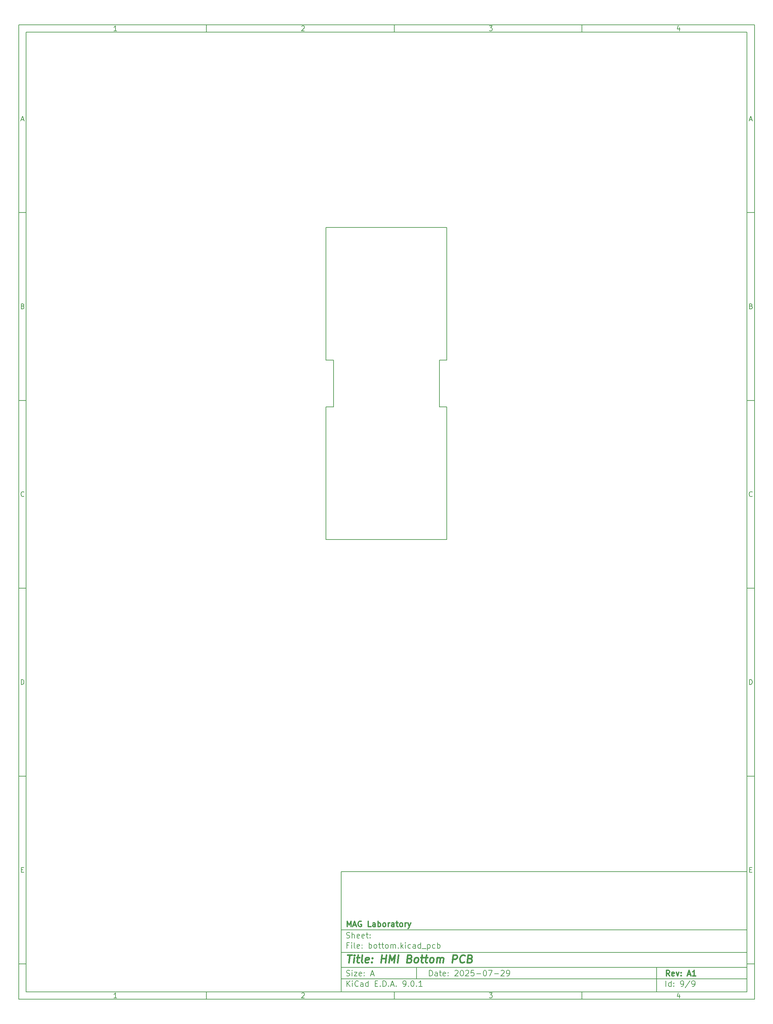
<source format=gbr>
%TF.GenerationSoftware,KiCad,Pcbnew,9.0.1*%
%TF.CreationDate,2025-07-31T02:38:39-07:00*%
%TF.ProjectId,bottom,626f7474-6f6d-42e6-9b69-6361645f7063,A1*%
%TF.SameCoordinates,PX578c1c0PY3d09000*%
%TF.FileFunction,Profile,NP*%
%FSLAX46Y46*%
G04 Gerber Fmt 4.6, Leading zero omitted, Abs format (unit mm)*
G04 Created by KiCad (PCBNEW 9.0.1) date 2025-07-31 02:38:39*
%MOMM*%
%LPD*%
G01*
G04 APERTURE LIST*
%ADD10C,0.100000*%
%ADD11C,0.150000*%
%ADD12C,0.300000*%
%ADD13C,0.400000*%
%TA.AperFunction,Profile*%
%ADD14C,0.200000*%
%TD*%
G04 APERTURE END LIST*
D10*
D11*
X4100000Y-171400000D02*
X112100000Y-171400000D01*
X112100000Y-203400000D01*
X4100000Y-203400000D01*
X4100000Y-171400000D01*
D10*
D11*
X-81800000Y54000000D02*
X114100000Y54000000D01*
X114100000Y-205400000D01*
X-81800000Y-205400000D01*
X-81800000Y54000000D01*
D10*
D11*
X-79800000Y52000000D02*
X112100000Y52000000D01*
X112100000Y-203400000D01*
X-79800000Y-203400000D01*
X-79800000Y52000000D01*
D10*
D11*
X-31800000Y52000000D02*
X-31800000Y54000000D01*
D10*
D11*
X18200000Y52000000D02*
X18200000Y54000000D01*
D10*
D11*
X68200000Y52000000D02*
X68200000Y54000000D01*
D10*
D11*
X-55710840Y52406396D02*
X-56453697Y52406396D01*
X-56082269Y52406396D02*
X-56082269Y53706396D01*
X-56082269Y53706396D02*
X-56206078Y53520681D01*
X-56206078Y53520681D02*
X-56329888Y53396872D01*
X-56329888Y53396872D02*
X-56453697Y53334967D01*
D10*
D11*
X-6453697Y53582586D02*
X-6391793Y53644491D01*
X-6391793Y53644491D02*
X-6267983Y53706396D01*
X-6267983Y53706396D02*
X-5958459Y53706396D01*
X-5958459Y53706396D02*
X-5834650Y53644491D01*
X-5834650Y53644491D02*
X-5772745Y53582586D01*
X-5772745Y53582586D02*
X-5710840Y53458777D01*
X-5710840Y53458777D02*
X-5710840Y53334967D01*
X-5710840Y53334967D02*
X-5772745Y53149253D01*
X-5772745Y53149253D02*
X-6515602Y52406396D01*
X-6515602Y52406396D02*
X-5710840Y52406396D01*
D10*
D11*
X43484398Y53706396D02*
X44289160Y53706396D01*
X44289160Y53706396D02*
X43855826Y53211158D01*
X43855826Y53211158D02*
X44041541Y53211158D01*
X44041541Y53211158D02*
X44165350Y53149253D01*
X44165350Y53149253D02*
X44227255Y53087348D01*
X44227255Y53087348D02*
X44289160Y52963539D01*
X44289160Y52963539D02*
X44289160Y52654015D01*
X44289160Y52654015D02*
X44227255Y52530205D01*
X44227255Y52530205D02*
X44165350Y52468300D01*
X44165350Y52468300D02*
X44041541Y52406396D01*
X44041541Y52406396D02*
X43670112Y52406396D01*
X43670112Y52406396D02*
X43546303Y52468300D01*
X43546303Y52468300D02*
X43484398Y52530205D01*
D10*
D11*
X94165350Y53273062D02*
X94165350Y52406396D01*
X93855826Y53768300D02*
X93546303Y52839729D01*
X93546303Y52839729D02*
X94351064Y52839729D01*
D10*
D11*
X-31800000Y-203400000D02*
X-31800000Y-205400000D01*
D10*
D11*
X18200000Y-203400000D02*
X18200000Y-205400000D01*
D10*
D11*
X68200000Y-203400000D02*
X68200000Y-205400000D01*
D10*
D11*
X-55710840Y-204993604D02*
X-56453697Y-204993604D01*
X-56082269Y-204993604D02*
X-56082269Y-203693604D01*
X-56082269Y-203693604D02*
X-56206078Y-203879319D01*
X-56206078Y-203879319D02*
X-56329888Y-204003128D01*
X-56329888Y-204003128D02*
X-56453697Y-204065033D01*
D10*
D11*
X-6453697Y-203817414D02*
X-6391793Y-203755509D01*
X-6391793Y-203755509D02*
X-6267983Y-203693604D01*
X-6267983Y-203693604D02*
X-5958459Y-203693604D01*
X-5958459Y-203693604D02*
X-5834650Y-203755509D01*
X-5834650Y-203755509D02*
X-5772745Y-203817414D01*
X-5772745Y-203817414D02*
X-5710840Y-203941223D01*
X-5710840Y-203941223D02*
X-5710840Y-204065033D01*
X-5710840Y-204065033D02*
X-5772745Y-204250747D01*
X-5772745Y-204250747D02*
X-6515602Y-204993604D01*
X-6515602Y-204993604D02*
X-5710840Y-204993604D01*
D10*
D11*
X43484398Y-203693604D02*
X44289160Y-203693604D01*
X44289160Y-203693604D02*
X43855826Y-204188842D01*
X43855826Y-204188842D02*
X44041541Y-204188842D01*
X44041541Y-204188842D02*
X44165350Y-204250747D01*
X44165350Y-204250747D02*
X44227255Y-204312652D01*
X44227255Y-204312652D02*
X44289160Y-204436461D01*
X44289160Y-204436461D02*
X44289160Y-204745985D01*
X44289160Y-204745985D02*
X44227255Y-204869795D01*
X44227255Y-204869795D02*
X44165350Y-204931700D01*
X44165350Y-204931700D02*
X44041541Y-204993604D01*
X44041541Y-204993604D02*
X43670112Y-204993604D01*
X43670112Y-204993604D02*
X43546303Y-204931700D01*
X43546303Y-204931700D02*
X43484398Y-204869795D01*
D10*
D11*
X94165350Y-204126938D02*
X94165350Y-204993604D01*
X93855826Y-203631700D02*
X93546303Y-204560271D01*
X93546303Y-204560271D02*
X94351064Y-204560271D01*
D10*
D11*
X-81800000Y4000000D02*
X-79800000Y4000000D01*
D10*
D11*
X-81800000Y-46000000D02*
X-79800000Y-46000000D01*
D10*
D11*
X-81800000Y-96000000D02*
X-79800000Y-96000000D01*
D10*
D11*
X-81800000Y-146000000D02*
X-79800000Y-146000000D01*
D10*
D11*
X-81800000Y-196000000D02*
X-79800000Y-196000000D01*
D10*
D11*
X-81109524Y28777824D02*
X-80490477Y28777824D01*
X-81233334Y28406396D02*
X-80800001Y29706396D01*
X-80800001Y29706396D02*
X-80366667Y28406396D01*
D10*
D11*
X-80707143Y-20912652D02*
X-80521429Y-20974557D01*
X-80521429Y-20974557D02*
X-80459524Y-21036461D01*
X-80459524Y-21036461D02*
X-80397620Y-21160271D01*
X-80397620Y-21160271D02*
X-80397620Y-21345985D01*
X-80397620Y-21345985D02*
X-80459524Y-21469795D01*
X-80459524Y-21469795D02*
X-80521429Y-21531700D01*
X-80521429Y-21531700D02*
X-80645239Y-21593604D01*
X-80645239Y-21593604D02*
X-81140477Y-21593604D01*
X-81140477Y-21593604D02*
X-81140477Y-20293604D01*
X-81140477Y-20293604D02*
X-80707143Y-20293604D01*
X-80707143Y-20293604D02*
X-80583334Y-20355509D01*
X-80583334Y-20355509D02*
X-80521429Y-20417414D01*
X-80521429Y-20417414D02*
X-80459524Y-20541223D01*
X-80459524Y-20541223D02*
X-80459524Y-20665033D01*
X-80459524Y-20665033D02*
X-80521429Y-20788842D01*
X-80521429Y-20788842D02*
X-80583334Y-20850747D01*
X-80583334Y-20850747D02*
X-80707143Y-20912652D01*
X-80707143Y-20912652D02*
X-81140477Y-20912652D01*
D10*
D11*
X-80397620Y-71469795D02*
X-80459524Y-71531700D01*
X-80459524Y-71531700D02*
X-80645239Y-71593604D01*
X-80645239Y-71593604D02*
X-80769048Y-71593604D01*
X-80769048Y-71593604D02*
X-80954762Y-71531700D01*
X-80954762Y-71531700D02*
X-81078572Y-71407890D01*
X-81078572Y-71407890D02*
X-81140477Y-71284080D01*
X-81140477Y-71284080D02*
X-81202381Y-71036461D01*
X-81202381Y-71036461D02*
X-81202381Y-70850747D01*
X-81202381Y-70850747D02*
X-81140477Y-70603128D01*
X-81140477Y-70603128D02*
X-81078572Y-70479319D01*
X-81078572Y-70479319D02*
X-80954762Y-70355509D01*
X-80954762Y-70355509D02*
X-80769048Y-70293604D01*
X-80769048Y-70293604D02*
X-80645239Y-70293604D01*
X-80645239Y-70293604D02*
X-80459524Y-70355509D01*
X-80459524Y-70355509D02*
X-80397620Y-70417414D01*
D10*
D11*
X-81140477Y-121593604D02*
X-81140477Y-120293604D01*
X-81140477Y-120293604D02*
X-80830953Y-120293604D01*
X-80830953Y-120293604D02*
X-80645239Y-120355509D01*
X-80645239Y-120355509D02*
X-80521429Y-120479319D01*
X-80521429Y-120479319D02*
X-80459524Y-120603128D01*
X-80459524Y-120603128D02*
X-80397620Y-120850747D01*
X-80397620Y-120850747D02*
X-80397620Y-121036461D01*
X-80397620Y-121036461D02*
X-80459524Y-121284080D01*
X-80459524Y-121284080D02*
X-80521429Y-121407890D01*
X-80521429Y-121407890D02*
X-80645239Y-121531700D01*
X-80645239Y-121531700D02*
X-80830953Y-121593604D01*
X-80830953Y-121593604D02*
X-81140477Y-121593604D01*
D10*
D11*
X-81078572Y-170912652D02*
X-80645238Y-170912652D01*
X-80459524Y-171593604D02*
X-81078572Y-171593604D01*
X-81078572Y-171593604D02*
X-81078572Y-170293604D01*
X-81078572Y-170293604D02*
X-80459524Y-170293604D01*
D10*
D11*
X114100000Y4000000D02*
X112100000Y4000000D01*
D10*
D11*
X114100000Y-46000000D02*
X112100000Y-46000000D01*
D10*
D11*
X114100000Y-96000000D02*
X112100000Y-96000000D01*
D10*
D11*
X114100000Y-146000000D02*
X112100000Y-146000000D01*
D10*
D11*
X114100000Y-196000000D02*
X112100000Y-196000000D01*
D10*
D11*
X112790476Y28777824D02*
X113409523Y28777824D01*
X112666666Y28406396D02*
X113099999Y29706396D01*
X113099999Y29706396D02*
X113533333Y28406396D01*
D10*
D11*
X113192857Y-20912652D02*
X113378571Y-20974557D01*
X113378571Y-20974557D02*
X113440476Y-21036461D01*
X113440476Y-21036461D02*
X113502380Y-21160271D01*
X113502380Y-21160271D02*
X113502380Y-21345985D01*
X113502380Y-21345985D02*
X113440476Y-21469795D01*
X113440476Y-21469795D02*
X113378571Y-21531700D01*
X113378571Y-21531700D02*
X113254761Y-21593604D01*
X113254761Y-21593604D02*
X112759523Y-21593604D01*
X112759523Y-21593604D02*
X112759523Y-20293604D01*
X112759523Y-20293604D02*
X113192857Y-20293604D01*
X113192857Y-20293604D02*
X113316666Y-20355509D01*
X113316666Y-20355509D02*
X113378571Y-20417414D01*
X113378571Y-20417414D02*
X113440476Y-20541223D01*
X113440476Y-20541223D02*
X113440476Y-20665033D01*
X113440476Y-20665033D02*
X113378571Y-20788842D01*
X113378571Y-20788842D02*
X113316666Y-20850747D01*
X113316666Y-20850747D02*
X113192857Y-20912652D01*
X113192857Y-20912652D02*
X112759523Y-20912652D01*
D10*
D11*
X113502380Y-71469795D02*
X113440476Y-71531700D01*
X113440476Y-71531700D02*
X113254761Y-71593604D01*
X113254761Y-71593604D02*
X113130952Y-71593604D01*
X113130952Y-71593604D02*
X112945238Y-71531700D01*
X112945238Y-71531700D02*
X112821428Y-71407890D01*
X112821428Y-71407890D02*
X112759523Y-71284080D01*
X112759523Y-71284080D02*
X112697619Y-71036461D01*
X112697619Y-71036461D02*
X112697619Y-70850747D01*
X112697619Y-70850747D02*
X112759523Y-70603128D01*
X112759523Y-70603128D02*
X112821428Y-70479319D01*
X112821428Y-70479319D02*
X112945238Y-70355509D01*
X112945238Y-70355509D02*
X113130952Y-70293604D01*
X113130952Y-70293604D02*
X113254761Y-70293604D01*
X113254761Y-70293604D02*
X113440476Y-70355509D01*
X113440476Y-70355509D02*
X113502380Y-70417414D01*
D10*
D11*
X112759523Y-121593604D02*
X112759523Y-120293604D01*
X112759523Y-120293604D02*
X113069047Y-120293604D01*
X113069047Y-120293604D02*
X113254761Y-120355509D01*
X113254761Y-120355509D02*
X113378571Y-120479319D01*
X113378571Y-120479319D02*
X113440476Y-120603128D01*
X113440476Y-120603128D02*
X113502380Y-120850747D01*
X113502380Y-120850747D02*
X113502380Y-121036461D01*
X113502380Y-121036461D02*
X113440476Y-121284080D01*
X113440476Y-121284080D02*
X113378571Y-121407890D01*
X113378571Y-121407890D02*
X113254761Y-121531700D01*
X113254761Y-121531700D02*
X113069047Y-121593604D01*
X113069047Y-121593604D02*
X112759523Y-121593604D01*
D10*
D11*
X112821428Y-170912652D02*
X113254762Y-170912652D01*
X113440476Y-171593604D02*
X112821428Y-171593604D01*
X112821428Y-171593604D02*
X112821428Y-170293604D01*
X112821428Y-170293604D02*
X113440476Y-170293604D01*
D10*
D11*
X27555826Y-199186128D02*
X27555826Y-197686128D01*
X27555826Y-197686128D02*
X27912969Y-197686128D01*
X27912969Y-197686128D02*
X28127255Y-197757557D01*
X28127255Y-197757557D02*
X28270112Y-197900414D01*
X28270112Y-197900414D02*
X28341541Y-198043271D01*
X28341541Y-198043271D02*
X28412969Y-198328985D01*
X28412969Y-198328985D02*
X28412969Y-198543271D01*
X28412969Y-198543271D02*
X28341541Y-198828985D01*
X28341541Y-198828985D02*
X28270112Y-198971842D01*
X28270112Y-198971842D02*
X28127255Y-199114700D01*
X28127255Y-199114700D02*
X27912969Y-199186128D01*
X27912969Y-199186128D02*
X27555826Y-199186128D01*
X29698684Y-199186128D02*
X29698684Y-198400414D01*
X29698684Y-198400414D02*
X29627255Y-198257557D01*
X29627255Y-198257557D02*
X29484398Y-198186128D01*
X29484398Y-198186128D02*
X29198684Y-198186128D01*
X29198684Y-198186128D02*
X29055826Y-198257557D01*
X29698684Y-199114700D02*
X29555826Y-199186128D01*
X29555826Y-199186128D02*
X29198684Y-199186128D01*
X29198684Y-199186128D02*
X29055826Y-199114700D01*
X29055826Y-199114700D02*
X28984398Y-198971842D01*
X28984398Y-198971842D02*
X28984398Y-198828985D01*
X28984398Y-198828985D02*
X29055826Y-198686128D01*
X29055826Y-198686128D02*
X29198684Y-198614700D01*
X29198684Y-198614700D02*
X29555826Y-198614700D01*
X29555826Y-198614700D02*
X29698684Y-198543271D01*
X30198684Y-198186128D02*
X30770112Y-198186128D01*
X30412969Y-197686128D02*
X30412969Y-198971842D01*
X30412969Y-198971842D02*
X30484398Y-199114700D01*
X30484398Y-199114700D02*
X30627255Y-199186128D01*
X30627255Y-199186128D02*
X30770112Y-199186128D01*
X31841541Y-199114700D02*
X31698684Y-199186128D01*
X31698684Y-199186128D02*
X31412970Y-199186128D01*
X31412970Y-199186128D02*
X31270112Y-199114700D01*
X31270112Y-199114700D02*
X31198684Y-198971842D01*
X31198684Y-198971842D02*
X31198684Y-198400414D01*
X31198684Y-198400414D02*
X31270112Y-198257557D01*
X31270112Y-198257557D02*
X31412970Y-198186128D01*
X31412970Y-198186128D02*
X31698684Y-198186128D01*
X31698684Y-198186128D02*
X31841541Y-198257557D01*
X31841541Y-198257557D02*
X31912970Y-198400414D01*
X31912970Y-198400414D02*
X31912970Y-198543271D01*
X31912970Y-198543271D02*
X31198684Y-198686128D01*
X32555826Y-199043271D02*
X32627255Y-199114700D01*
X32627255Y-199114700D02*
X32555826Y-199186128D01*
X32555826Y-199186128D02*
X32484398Y-199114700D01*
X32484398Y-199114700D02*
X32555826Y-199043271D01*
X32555826Y-199043271D02*
X32555826Y-199186128D01*
X32555826Y-198257557D02*
X32627255Y-198328985D01*
X32627255Y-198328985D02*
X32555826Y-198400414D01*
X32555826Y-198400414D02*
X32484398Y-198328985D01*
X32484398Y-198328985D02*
X32555826Y-198257557D01*
X32555826Y-198257557D02*
X32555826Y-198400414D01*
X34341541Y-197828985D02*
X34412969Y-197757557D01*
X34412969Y-197757557D02*
X34555827Y-197686128D01*
X34555827Y-197686128D02*
X34912969Y-197686128D01*
X34912969Y-197686128D02*
X35055827Y-197757557D01*
X35055827Y-197757557D02*
X35127255Y-197828985D01*
X35127255Y-197828985D02*
X35198684Y-197971842D01*
X35198684Y-197971842D02*
X35198684Y-198114700D01*
X35198684Y-198114700D02*
X35127255Y-198328985D01*
X35127255Y-198328985D02*
X34270112Y-199186128D01*
X34270112Y-199186128D02*
X35198684Y-199186128D01*
X36127255Y-197686128D02*
X36270112Y-197686128D01*
X36270112Y-197686128D02*
X36412969Y-197757557D01*
X36412969Y-197757557D02*
X36484398Y-197828985D01*
X36484398Y-197828985D02*
X36555826Y-197971842D01*
X36555826Y-197971842D02*
X36627255Y-198257557D01*
X36627255Y-198257557D02*
X36627255Y-198614700D01*
X36627255Y-198614700D02*
X36555826Y-198900414D01*
X36555826Y-198900414D02*
X36484398Y-199043271D01*
X36484398Y-199043271D02*
X36412969Y-199114700D01*
X36412969Y-199114700D02*
X36270112Y-199186128D01*
X36270112Y-199186128D02*
X36127255Y-199186128D01*
X36127255Y-199186128D02*
X35984398Y-199114700D01*
X35984398Y-199114700D02*
X35912969Y-199043271D01*
X35912969Y-199043271D02*
X35841540Y-198900414D01*
X35841540Y-198900414D02*
X35770112Y-198614700D01*
X35770112Y-198614700D02*
X35770112Y-198257557D01*
X35770112Y-198257557D02*
X35841540Y-197971842D01*
X35841540Y-197971842D02*
X35912969Y-197828985D01*
X35912969Y-197828985D02*
X35984398Y-197757557D01*
X35984398Y-197757557D02*
X36127255Y-197686128D01*
X37198683Y-197828985D02*
X37270111Y-197757557D01*
X37270111Y-197757557D02*
X37412969Y-197686128D01*
X37412969Y-197686128D02*
X37770111Y-197686128D01*
X37770111Y-197686128D02*
X37912969Y-197757557D01*
X37912969Y-197757557D02*
X37984397Y-197828985D01*
X37984397Y-197828985D02*
X38055826Y-197971842D01*
X38055826Y-197971842D02*
X38055826Y-198114700D01*
X38055826Y-198114700D02*
X37984397Y-198328985D01*
X37984397Y-198328985D02*
X37127254Y-199186128D01*
X37127254Y-199186128D02*
X38055826Y-199186128D01*
X39412968Y-197686128D02*
X38698682Y-197686128D01*
X38698682Y-197686128D02*
X38627254Y-198400414D01*
X38627254Y-198400414D02*
X38698682Y-198328985D01*
X38698682Y-198328985D02*
X38841540Y-198257557D01*
X38841540Y-198257557D02*
X39198682Y-198257557D01*
X39198682Y-198257557D02*
X39341540Y-198328985D01*
X39341540Y-198328985D02*
X39412968Y-198400414D01*
X39412968Y-198400414D02*
X39484397Y-198543271D01*
X39484397Y-198543271D02*
X39484397Y-198900414D01*
X39484397Y-198900414D02*
X39412968Y-199043271D01*
X39412968Y-199043271D02*
X39341540Y-199114700D01*
X39341540Y-199114700D02*
X39198682Y-199186128D01*
X39198682Y-199186128D02*
X38841540Y-199186128D01*
X38841540Y-199186128D02*
X38698682Y-199114700D01*
X38698682Y-199114700D02*
X38627254Y-199043271D01*
X40127253Y-198614700D02*
X41270111Y-198614700D01*
X42270111Y-197686128D02*
X42412968Y-197686128D01*
X42412968Y-197686128D02*
X42555825Y-197757557D01*
X42555825Y-197757557D02*
X42627254Y-197828985D01*
X42627254Y-197828985D02*
X42698682Y-197971842D01*
X42698682Y-197971842D02*
X42770111Y-198257557D01*
X42770111Y-198257557D02*
X42770111Y-198614700D01*
X42770111Y-198614700D02*
X42698682Y-198900414D01*
X42698682Y-198900414D02*
X42627254Y-199043271D01*
X42627254Y-199043271D02*
X42555825Y-199114700D01*
X42555825Y-199114700D02*
X42412968Y-199186128D01*
X42412968Y-199186128D02*
X42270111Y-199186128D01*
X42270111Y-199186128D02*
X42127254Y-199114700D01*
X42127254Y-199114700D02*
X42055825Y-199043271D01*
X42055825Y-199043271D02*
X41984396Y-198900414D01*
X41984396Y-198900414D02*
X41912968Y-198614700D01*
X41912968Y-198614700D02*
X41912968Y-198257557D01*
X41912968Y-198257557D02*
X41984396Y-197971842D01*
X41984396Y-197971842D02*
X42055825Y-197828985D01*
X42055825Y-197828985D02*
X42127254Y-197757557D01*
X42127254Y-197757557D02*
X42270111Y-197686128D01*
X43270110Y-197686128D02*
X44270110Y-197686128D01*
X44270110Y-197686128D02*
X43627253Y-199186128D01*
X44841538Y-198614700D02*
X45984396Y-198614700D01*
X46627253Y-197828985D02*
X46698681Y-197757557D01*
X46698681Y-197757557D02*
X46841539Y-197686128D01*
X46841539Y-197686128D02*
X47198681Y-197686128D01*
X47198681Y-197686128D02*
X47341539Y-197757557D01*
X47341539Y-197757557D02*
X47412967Y-197828985D01*
X47412967Y-197828985D02*
X47484396Y-197971842D01*
X47484396Y-197971842D02*
X47484396Y-198114700D01*
X47484396Y-198114700D02*
X47412967Y-198328985D01*
X47412967Y-198328985D02*
X46555824Y-199186128D01*
X46555824Y-199186128D02*
X47484396Y-199186128D01*
X48198681Y-199186128D02*
X48484395Y-199186128D01*
X48484395Y-199186128D02*
X48627252Y-199114700D01*
X48627252Y-199114700D02*
X48698681Y-199043271D01*
X48698681Y-199043271D02*
X48841538Y-198828985D01*
X48841538Y-198828985D02*
X48912967Y-198543271D01*
X48912967Y-198543271D02*
X48912967Y-197971842D01*
X48912967Y-197971842D02*
X48841538Y-197828985D01*
X48841538Y-197828985D02*
X48770110Y-197757557D01*
X48770110Y-197757557D02*
X48627252Y-197686128D01*
X48627252Y-197686128D02*
X48341538Y-197686128D01*
X48341538Y-197686128D02*
X48198681Y-197757557D01*
X48198681Y-197757557D02*
X48127252Y-197828985D01*
X48127252Y-197828985D02*
X48055824Y-197971842D01*
X48055824Y-197971842D02*
X48055824Y-198328985D01*
X48055824Y-198328985D02*
X48127252Y-198471842D01*
X48127252Y-198471842D02*
X48198681Y-198543271D01*
X48198681Y-198543271D02*
X48341538Y-198614700D01*
X48341538Y-198614700D02*
X48627252Y-198614700D01*
X48627252Y-198614700D02*
X48770110Y-198543271D01*
X48770110Y-198543271D02*
X48841538Y-198471842D01*
X48841538Y-198471842D02*
X48912967Y-198328985D01*
D10*
D11*
X4100000Y-199900000D02*
X112100000Y-199900000D01*
D10*
D11*
X5555826Y-201986128D02*
X5555826Y-200486128D01*
X6412969Y-201986128D02*
X5770112Y-201128985D01*
X6412969Y-200486128D02*
X5555826Y-201343271D01*
X7055826Y-201986128D02*
X7055826Y-200986128D01*
X7055826Y-200486128D02*
X6984398Y-200557557D01*
X6984398Y-200557557D02*
X7055826Y-200628985D01*
X7055826Y-200628985D02*
X7127255Y-200557557D01*
X7127255Y-200557557D02*
X7055826Y-200486128D01*
X7055826Y-200486128D02*
X7055826Y-200628985D01*
X8627255Y-201843271D02*
X8555827Y-201914700D01*
X8555827Y-201914700D02*
X8341541Y-201986128D01*
X8341541Y-201986128D02*
X8198684Y-201986128D01*
X8198684Y-201986128D02*
X7984398Y-201914700D01*
X7984398Y-201914700D02*
X7841541Y-201771842D01*
X7841541Y-201771842D02*
X7770112Y-201628985D01*
X7770112Y-201628985D02*
X7698684Y-201343271D01*
X7698684Y-201343271D02*
X7698684Y-201128985D01*
X7698684Y-201128985D02*
X7770112Y-200843271D01*
X7770112Y-200843271D02*
X7841541Y-200700414D01*
X7841541Y-200700414D02*
X7984398Y-200557557D01*
X7984398Y-200557557D02*
X8198684Y-200486128D01*
X8198684Y-200486128D02*
X8341541Y-200486128D01*
X8341541Y-200486128D02*
X8555827Y-200557557D01*
X8555827Y-200557557D02*
X8627255Y-200628985D01*
X9912970Y-201986128D02*
X9912970Y-201200414D01*
X9912970Y-201200414D02*
X9841541Y-201057557D01*
X9841541Y-201057557D02*
X9698684Y-200986128D01*
X9698684Y-200986128D02*
X9412970Y-200986128D01*
X9412970Y-200986128D02*
X9270112Y-201057557D01*
X9912970Y-201914700D02*
X9770112Y-201986128D01*
X9770112Y-201986128D02*
X9412970Y-201986128D01*
X9412970Y-201986128D02*
X9270112Y-201914700D01*
X9270112Y-201914700D02*
X9198684Y-201771842D01*
X9198684Y-201771842D02*
X9198684Y-201628985D01*
X9198684Y-201628985D02*
X9270112Y-201486128D01*
X9270112Y-201486128D02*
X9412970Y-201414700D01*
X9412970Y-201414700D02*
X9770112Y-201414700D01*
X9770112Y-201414700D02*
X9912970Y-201343271D01*
X11270113Y-201986128D02*
X11270113Y-200486128D01*
X11270113Y-201914700D02*
X11127255Y-201986128D01*
X11127255Y-201986128D02*
X10841541Y-201986128D01*
X10841541Y-201986128D02*
X10698684Y-201914700D01*
X10698684Y-201914700D02*
X10627255Y-201843271D01*
X10627255Y-201843271D02*
X10555827Y-201700414D01*
X10555827Y-201700414D02*
X10555827Y-201271842D01*
X10555827Y-201271842D02*
X10627255Y-201128985D01*
X10627255Y-201128985D02*
X10698684Y-201057557D01*
X10698684Y-201057557D02*
X10841541Y-200986128D01*
X10841541Y-200986128D02*
X11127255Y-200986128D01*
X11127255Y-200986128D02*
X11270113Y-201057557D01*
X13127255Y-201200414D02*
X13627255Y-201200414D01*
X13841541Y-201986128D02*
X13127255Y-201986128D01*
X13127255Y-201986128D02*
X13127255Y-200486128D01*
X13127255Y-200486128D02*
X13841541Y-200486128D01*
X14484398Y-201843271D02*
X14555827Y-201914700D01*
X14555827Y-201914700D02*
X14484398Y-201986128D01*
X14484398Y-201986128D02*
X14412970Y-201914700D01*
X14412970Y-201914700D02*
X14484398Y-201843271D01*
X14484398Y-201843271D02*
X14484398Y-201986128D01*
X15198684Y-201986128D02*
X15198684Y-200486128D01*
X15198684Y-200486128D02*
X15555827Y-200486128D01*
X15555827Y-200486128D02*
X15770113Y-200557557D01*
X15770113Y-200557557D02*
X15912970Y-200700414D01*
X15912970Y-200700414D02*
X15984399Y-200843271D01*
X15984399Y-200843271D02*
X16055827Y-201128985D01*
X16055827Y-201128985D02*
X16055827Y-201343271D01*
X16055827Y-201343271D02*
X15984399Y-201628985D01*
X15984399Y-201628985D02*
X15912970Y-201771842D01*
X15912970Y-201771842D02*
X15770113Y-201914700D01*
X15770113Y-201914700D02*
X15555827Y-201986128D01*
X15555827Y-201986128D02*
X15198684Y-201986128D01*
X16698684Y-201843271D02*
X16770113Y-201914700D01*
X16770113Y-201914700D02*
X16698684Y-201986128D01*
X16698684Y-201986128D02*
X16627256Y-201914700D01*
X16627256Y-201914700D02*
X16698684Y-201843271D01*
X16698684Y-201843271D02*
X16698684Y-201986128D01*
X17341542Y-201557557D02*
X18055828Y-201557557D01*
X17198685Y-201986128D02*
X17698685Y-200486128D01*
X17698685Y-200486128D02*
X18198685Y-201986128D01*
X18698684Y-201843271D02*
X18770113Y-201914700D01*
X18770113Y-201914700D02*
X18698684Y-201986128D01*
X18698684Y-201986128D02*
X18627256Y-201914700D01*
X18627256Y-201914700D02*
X18698684Y-201843271D01*
X18698684Y-201843271D02*
X18698684Y-201986128D01*
X20627256Y-201986128D02*
X20912970Y-201986128D01*
X20912970Y-201986128D02*
X21055827Y-201914700D01*
X21055827Y-201914700D02*
X21127256Y-201843271D01*
X21127256Y-201843271D02*
X21270113Y-201628985D01*
X21270113Y-201628985D02*
X21341542Y-201343271D01*
X21341542Y-201343271D02*
X21341542Y-200771842D01*
X21341542Y-200771842D02*
X21270113Y-200628985D01*
X21270113Y-200628985D02*
X21198685Y-200557557D01*
X21198685Y-200557557D02*
X21055827Y-200486128D01*
X21055827Y-200486128D02*
X20770113Y-200486128D01*
X20770113Y-200486128D02*
X20627256Y-200557557D01*
X20627256Y-200557557D02*
X20555827Y-200628985D01*
X20555827Y-200628985D02*
X20484399Y-200771842D01*
X20484399Y-200771842D02*
X20484399Y-201128985D01*
X20484399Y-201128985D02*
X20555827Y-201271842D01*
X20555827Y-201271842D02*
X20627256Y-201343271D01*
X20627256Y-201343271D02*
X20770113Y-201414700D01*
X20770113Y-201414700D02*
X21055827Y-201414700D01*
X21055827Y-201414700D02*
X21198685Y-201343271D01*
X21198685Y-201343271D02*
X21270113Y-201271842D01*
X21270113Y-201271842D02*
X21341542Y-201128985D01*
X21984398Y-201843271D02*
X22055827Y-201914700D01*
X22055827Y-201914700D02*
X21984398Y-201986128D01*
X21984398Y-201986128D02*
X21912970Y-201914700D01*
X21912970Y-201914700D02*
X21984398Y-201843271D01*
X21984398Y-201843271D02*
X21984398Y-201986128D01*
X22984399Y-200486128D02*
X23127256Y-200486128D01*
X23127256Y-200486128D02*
X23270113Y-200557557D01*
X23270113Y-200557557D02*
X23341542Y-200628985D01*
X23341542Y-200628985D02*
X23412970Y-200771842D01*
X23412970Y-200771842D02*
X23484399Y-201057557D01*
X23484399Y-201057557D02*
X23484399Y-201414700D01*
X23484399Y-201414700D02*
X23412970Y-201700414D01*
X23412970Y-201700414D02*
X23341542Y-201843271D01*
X23341542Y-201843271D02*
X23270113Y-201914700D01*
X23270113Y-201914700D02*
X23127256Y-201986128D01*
X23127256Y-201986128D02*
X22984399Y-201986128D01*
X22984399Y-201986128D02*
X22841542Y-201914700D01*
X22841542Y-201914700D02*
X22770113Y-201843271D01*
X22770113Y-201843271D02*
X22698684Y-201700414D01*
X22698684Y-201700414D02*
X22627256Y-201414700D01*
X22627256Y-201414700D02*
X22627256Y-201057557D01*
X22627256Y-201057557D02*
X22698684Y-200771842D01*
X22698684Y-200771842D02*
X22770113Y-200628985D01*
X22770113Y-200628985D02*
X22841542Y-200557557D01*
X22841542Y-200557557D02*
X22984399Y-200486128D01*
X24127255Y-201843271D02*
X24198684Y-201914700D01*
X24198684Y-201914700D02*
X24127255Y-201986128D01*
X24127255Y-201986128D02*
X24055827Y-201914700D01*
X24055827Y-201914700D02*
X24127255Y-201843271D01*
X24127255Y-201843271D02*
X24127255Y-201986128D01*
X25627256Y-201986128D02*
X24770113Y-201986128D01*
X25198684Y-201986128D02*
X25198684Y-200486128D01*
X25198684Y-200486128D02*
X25055827Y-200700414D01*
X25055827Y-200700414D02*
X24912970Y-200843271D01*
X24912970Y-200843271D02*
X24770113Y-200914700D01*
D10*
D11*
X4100000Y-196900000D02*
X112100000Y-196900000D01*
D10*
D12*
X91511653Y-199178328D02*
X91011653Y-198464042D01*
X90654510Y-199178328D02*
X90654510Y-197678328D01*
X90654510Y-197678328D02*
X91225939Y-197678328D01*
X91225939Y-197678328D02*
X91368796Y-197749757D01*
X91368796Y-197749757D02*
X91440225Y-197821185D01*
X91440225Y-197821185D02*
X91511653Y-197964042D01*
X91511653Y-197964042D02*
X91511653Y-198178328D01*
X91511653Y-198178328D02*
X91440225Y-198321185D01*
X91440225Y-198321185D02*
X91368796Y-198392614D01*
X91368796Y-198392614D02*
X91225939Y-198464042D01*
X91225939Y-198464042D02*
X90654510Y-198464042D01*
X92725939Y-199106900D02*
X92583082Y-199178328D01*
X92583082Y-199178328D02*
X92297368Y-199178328D01*
X92297368Y-199178328D02*
X92154510Y-199106900D01*
X92154510Y-199106900D02*
X92083082Y-198964042D01*
X92083082Y-198964042D02*
X92083082Y-198392614D01*
X92083082Y-198392614D02*
X92154510Y-198249757D01*
X92154510Y-198249757D02*
X92297368Y-198178328D01*
X92297368Y-198178328D02*
X92583082Y-198178328D01*
X92583082Y-198178328D02*
X92725939Y-198249757D01*
X92725939Y-198249757D02*
X92797368Y-198392614D01*
X92797368Y-198392614D02*
X92797368Y-198535471D01*
X92797368Y-198535471D02*
X92083082Y-198678328D01*
X93297367Y-198178328D02*
X93654510Y-199178328D01*
X93654510Y-199178328D02*
X94011653Y-198178328D01*
X94583081Y-199035471D02*
X94654510Y-199106900D01*
X94654510Y-199106900D02*
X94583081Y-199178328D01*
X94583081Y-199178328D02*
X94511653Y-199106900D01*
X94511653Y-199106900D02*
X94583081Y-199035471D01*
X94583081Y-199035471D02*
X94583081Y-199178328D01*
X94583081Y-198249757D02*
X94654510Y-198321185D01*
X94654510Y-198321185D02*
X94583081Y-198392614D01*
X94583081Y-198392614D02*
X94511653Y-198321185D01*
X94511653Y-198321185D02*
X94583081Y-198249757D01*
X94583081Y-198249757D02*
X94583081Y-198392614D01*
X96368796Y-198749757D02*
X97083082Y-198749757D01*
X96225939Y-199178328D02*
X96725939Y-197678328D01*
X96725939Y-197678328D02*
X97225939Y-199178328D01*
X98511653Y-199178328D02*
X97654510Y-199178328D01*
X98083081Y-199178328D02*
X98083081Y-197678328D01*
X98083081Y-197678328D02*
X97940224Y-197892614D01*
X97940224Y-197892614D02*
X97797367Y-198035471D01*
X97797367Y-198035471D02*
X97654510Y-198106900D01*
D10*
D11*
X5484398Y-199114700D02*
X5698684Y-199186128D01*
X5698684Y-199186128D02*
X6055826Y-199186128D01*
X6055826Y-199186128D02*
X6198684Y-199114700D01*
X6198684Y-199114700D02*
X6270112Y-199043271D01*
X6270112Y-199043271D02*
X6341541Y-198900414D01*
X6341541Y-198900414D02*
X6341541Y-198757557D01*
X6341541Y-198757557D02*
X6270112Y-198614700D01*
X6270112Y-198614700D02*
X6198684Y-198543271D01*
X6198684Y-198543271D02*
X6055826Y-198471842D01*
X6055826Y-198471842D02*
X5770112Y-198400414D01*
X5770112Y-198400414D02*
X5627255Y-198328985D01*
X5627255Y-198328985D02*
X5555826Y-198257557D01*
X5555826Y-198257557D02*
X5484398Y-198114700D01*
X5484398Y-198114700D02*
X5484398Y-197971842D01*
X5484398Y-197971842D02*
X5555826Y-197828985D01*
X5555826Y-197828985D02*
X5627255Y-197757557D01*
X5627255Y-197757557D02*
X5770112Y-197686128D01*
X5770112Y-197686128D02*
X6127255Y-197686128D01*
X6127255Y-197686128D02*
X6341541Y-197757557D01*
X6984397Y-199186128D02*
X6984397Y-198186128D01*
X6984397Y-197686128D02*
X6912969Y-197757557D01*
X6912969Y-197757557D02*
X6984397Y-197828985D01*
X6984397Y-197828985D02*
X7055826Y-197757557D01*
X7055826Y-197757557D02*
X6984397Y-197686128D01*
X6984397Y-197686128D02*
X6984397Y-197828985D01*
X7555826Y-198186128D02*
X8341541Y-198186128D01*
X8341541Y-198186128D02*
X7555826Y-199186128D01*
X7555826Y-199186128D02*
X8341541Y-199186128D01*
X9484398Y-199114700D02*
X9341541Y-199186128D01*
X9341541Y-199186128D02*
X9055827Y-199186128D01*
X9055827Y-199186128D02*
X8912969Y-199114700D01*
X8912969Y-199114700D02*
X8841541Y-198971842D01*
X8841541Y-198971842D02*
X8841541Y-198400414D01*
X8841541Y-198400414D02*
X8912969Y-198257557D01*
X8912969Y-198257557D02*
X9055827Y-198186128D01*
X9055827Y-198186128D02*
X9341541Y-198186128D01*
X9341541Y-198186128D02*
X9484398Y-198257557D01*
X9484398Y-198257557D02*
X9555827Y-198400414D01*
X9555827Y-198400414D02*
X9555827Y-198543271D01*
X9555827Y-198543271D02*
X8841541Y-198686128D01*
X10198683Y-199043271D02*
X10270112Y-199114700D01*
X10270112Y-199114700D02*
X10198683Y-199186128D01*
X10198683Y-199186128D02*
X10127255Y-199114700D01*
X10127255Y-199114700D02*
X10198683Y-199043271D01*
X10198683Y-199043271D02*
X10198683Y-199186128D01*
X10198683Y-198257557D02*
X10270112Y-198328985D01*
X10270112Y-198328985D02*
X10198683Y-198400414D01*
X10198683Y-198400414D02*
X10127255Y-198328985D01*
X10127255Y-198328985D02*
X10198683Y-198257557D01*
X10198683Y-198257557D02*
X10198683Y-198400414D01*
X11984398Y-198757557D02*
X12698684Y-198757557D01*
X11841541Y-199186128D02*
X12341541Y-197686128D01*
X12341541Y-197686128D02*
X12841541Y-199186128D01*
D10*
D11*
X90555826Y-201986128D02*
X90555826Y-200486128D01*
X91912970Y-201986128D02*
X91912970Y-200486128D01*
X91912970Y-201914700D02*
X91770112Y-201986128D01*
X91770112Y-201986128D02*
X91484398Y-201986128D01*
X91484398Y-201986128D02*
X91341541Y-201914700D01*
X91341541Y-201914700D02*
X91270112Y-201843271D01*
X91270112Y-201843271D02*
X91198684Y-201700414D01*
X91198684Y-201700414D02*
X91198684Y-201271842D01*
X91198684Y-201271842D02*
X91270112Y-201128985D01*
X91270112Y-201128985D02*
X91341541Y-201057557D01*
X91341541Y-201057557D02*
X91484398Y-200986128D01*
X91484398Y-200986128D02*
X91770112Y-200986128D01*
X91770112Y-200986128D02*
X91912970Y-201057557D01*
X92627255Y-201843271D02*
X92698684Y-201914700D01*
X92698684Y-201914700D02*
X92627255Y-201986128D01*
X92627255Y-201986128D02*
X92555827Y-201914700D01*
X92555827Y-201914700D02*
X92627255Y-201843271D01*
X92627255Y-201843271D02*
X92627255Y-201986128D01*
X92627255Y-201057557D02*
X92698684Y-201128985D01*
X92698684Y-201128985D02*
X92627255Y-201200414D01*
X92627255Y-201200414D02*
X92555827Y-201128985D01*
X92555827Y-201128985D02*
X92627255Y-201057557D01*
X92627255Y-201057557D02*
X92627255Y-201200414D01*
X94555827Y-201986128D02*
X94841541Y-201986128D01*
X94841541Y-201986128D02*
X94984398Y-201914700D01*
X94984398Y-201914700D02*
X95055827Y-201843271D01*
X95055827Y-201843271D02*
X95198684Y-201628985D01*
X95198684Y-201628985D02*
X95270113Y-201343271D01*
X95270113Y-201343271D02*
X95270113Y-200771842D01*
X95270113Y-200771842D02*
X95198684Y-200628985D01*
X95198684Y-200628985D02*
X95127256Y-200557557D01*
X95127256Y-200557557D02*
X94984398Y-200486128D01*
X94984398Y-200486128D02*
X94698684Y-200486128D01*
X94698684Y-200486128D02*
X94555827Y-200557557D01*
X94555827Y-200557557D02*
X94484398Y-200628985D01*
X94484398Y-200628985D02*
X94412970Y-200771842D01*
X94412970Y-200771842D02*
X94412970Y-201128985D01*
X94412970Y-201128985D02*
X94484398Y-201271842D01*
X94484398Y-201271842D02*
X94555827Y-201343271D01*
X94555827Y-201343271D02*
X94698684Y-201414700D01*
X94698684Y-201414700D02*
X94984398Y-201414700D01*
X94984398Y-201414700D02*
X95127256Y-201343271D01*
X95127256Y-201343271D02*
X95198684Y-201271842D01*
X95198684Y-201271842D02*
X95270113Y-201128985D01*
X96984398Y-200414700D02*
X95698684Y-202343271D01*
X97555827Y-201986128D02*
X97841541Y-201986128D01*
X97841541Y-201986128D02*
X97984398Y-201914700D01*
X97984398Y-201914700D02*
X98055827Y-201843271D01*
X98055827Y-201843271D02*
X98198684Y-201628985D01*
X98198684Y-201628985D02*
X98270113Y-201343271D01*
X98270113Y-201343271D02*
X98270113Y-200771842D01*
X98270113Y-200771842D02*
X98198684Y-200628985D01*
X98198684Y-200628985D02*
X98127256Y-200557557D01*
X98127256Y-200557557D02*
X97984398Y-200486128D01*
X97984398Y-200486128D02*
X97698684Y-200486128D01*
X97698684Y-200486128D02*
X97555827Y-200557557D01*
X97555827Y-200557557D02*
X97484398Y-200628985D01*
X97484398Y-200628985D02*
X97412970Y-200771842D01*
X97412970Y-200771842D02*
X97412970Y-201128985D01*
X97412970Y-201128985D02*
X97484398Y-201271842D01*
X97484398Y-201271842D02*
X97555827Y-201343271D01*
X97555827Y-201343271D02*
X97698684Y-201414700D01*
X97698684Y-201414700D02*
X97984398Y-201414700D01*
X97984398Y-201414700D02*
X98127256Y-201343271D01*
X98127256Y-201343271D02*
X98198684Y-201271842D01*
X98198684Y-201271842D02*
X98270113Y-201128985D01*
D10*
D11*
X4100000Y-192900000D02*
X112100000Y-192900000D01*
D10*
D13*
X5791728Y-193604438D02*
X6934585Y-193604438D01*
X6113157Y-195604438D02*
X6363157Y-193604438D01*
X7351252Y-195604438D02*
X7517919Y-194271104D01*
X7601252Y-193604438D02*
X7494109Y-193699676D01*
X7494109Y-193699676D02*
X7577443Y-193794914D01*
X7577443Y-193794914D02*
X7684586Y-193699676D01*
X7684586Y-193699676D02*
X7601252Y-193604438D01*
X7601252Y-193604438D02*
X7577443Y-193794914D01*
X8184586Y-194271104D02*
X8946490Y-194271104D01*
X8553633Y-193604438D02*
X8339348Y-195318723D01*
X8339348Y-195318723D02*
X8410776Y-195509200D01*
X8410776Y-195509200D02*
X8589348Y-195604438D01*
X8589348Y-195604438D02*
X8779824Y-195604438D01*
X9732205Y-195604438D02*
X9553633Y-195509200D01*
X9553633Y-195509200D02*
X9482205Y-195318723D01*
X9482205Y-195318723D02*
X9696490Y-193604438D01*
X11267919Y-195509200D02*
X11065538Y-195604438D01*
X11065538Y-195604438D02*
X10684585Y-195604438D01*
X10684585Y-195604438D02*
X10506014Y-195509200D01*
X10506014Y-195509200D02*
X10434585Y-195318723D01*
X10434585Y-195318723D02*
X10529824Y-194556819D01*
X10529824Y-194556819D02*
X10648871Y-194366342D01*
X10648871Y-194366342D02*
X10851252Y-194271104D01*
X10851252Y-194271104D02*
X11232204Y-194271104D01*
X11232204Y-194271104D02*
X11410776Y-194366342D01*
X11410776Y-194366342D02*
X11482204Y-194556819D01*
X11482204Y-194556819D02*
X11458395Y-194747295D01*
X11458395Y-194747295D02*
X10482204Y-194937771D01*
X12232205Y-195413961D02*
X12315538Y-195509200D01*
X12315538Y-195509200D02*
X12208395Y-195604438D01*
X12208395Y-195604438D02*
X12125062Y-195509200D01*
X12125062Y-195509200D02*
X12232205Y-195413961D01*
X12232205Y-195413961D02*
X12208395Y-195604438D01*
X12363157Y-194366342D02*
X12446490Y-194461580D01*
X12446490Y-194461580D02*
X12339348Y-194556819D01*
X12339348Y-194556819D02*
X12256014Y-194461580D01*
X12256014Y-194461580D02*
X12363157Y-194366342D01*
X12363157Y-194366342D02*
X12339348Y-194556819D01*
X14684586Y-195604438D02*
X14934586Y-193604438D01*
X14815539Y-194556819D02*
X15958396Y-194556819D01*
X15827443Y-195604438D02*
X16077443Y-193604438D01*
X16779824Y-195604438D02*
X17029824Y-193604438D01*
X17029824Y-193604438D02*
X17517919Y-195033009D01*
X17517919Y-195033009D02*
X18363158Y-193604438D01*
X18363158Y-193604438D02*
X18113158Y-195604438D01*
X19065538Y-195604438D02*
X19315538Y-193604438D01*
X22339348Y-194556819D02*
X22613158Y-194652057D01*
X22613158Y-194652057D02*
X22696491Y-194747295D01*
X22696491Y-194747295D02*
X22767920Y-194937771D01*
X22767920Y-194937771D02*
X22732205Y-195223485D01*
X22732205Y-195223485D02*
X22613158Y-195413961D01*
X22613158Y-195413961D02*
X22506015Y-195509200D01*
X22506015Y-195509200D02*
X22303634Y-195604438D01*
X22303634Y-195604438D02*
X21541729Y-195604438D01*
X21541729Y-195604438D02*
X21791729Y-193604438D01*
X21791729Y-193604438D02*
X22458396Y-193604438D01*
X22458396Y-193604438D02*
X22636967Y-193699676D01*
X22636967Y-193699676D02*
X22720301Y-193794914D01*
X22720301Y-193794914D02*
X22791729Y-193985390D01*
X22791729Y-193985390D02*
X22767920Y-194175866D01*
X22767920Y-194175866D02*
X22648872Y-194366342D01*
X22648872Y-194366342D02*
X22541729Y-194461580D01*
X22541729Y-194461580D02*
X22339348Y-194556819D01*
X22339348Y-194556819D02*
X21672682Y-194556819D01*
X23827444Y-195604438D02*
X23648872Y-195509200D01*
X23648872Y-195509200D02*
X23565539Y-195413961D01*
X23565539Y-195413961D02*
X23494110Y-195223485D01*
X23494110Y-195223485D02*
X23565539Y-194652057D01*
X23565539Y-194652057D02*
X23684586Y-194461580D01*
X23684586Y-194461580D02*
X23791729Y-194366342D01*
X23791729Y-194366342D02*
X23994110Y-194271104D01*
X23994110Y-194271104D02*
X24279824Y-194271104D01*
X24279824Y-194271104D02*
X24458396Y-194366342D01*
X24458396Y-194366342D02*
X24541729Y-194461580D01*
X24541729Y-194461580D02*
X24613158Y-194652057D01*
X24613158Y-194652057D02*
X24541729Y-195223485D01*
X24541729Y-195223485D02*
X24422682Y-195413961D01*
X24422682Y-195413961D02*
X24315539Y-195509200D01*
X24315539Y-195509200D02*
X24113158Y-195604438D01*
X24113158Y-195604438D02*
X23827444Y-195604438D01*
X25232206Y-194271104D02*
X25994110Y-194271104D01*
X25601253Y-193604438D02*
X25386968Y-195318723D01*
X25386968Y-195318723D02*
X25458396Y-195509200D01*
X25458396Y-195509200D02*
X25636968Y-195604438D01*
X25636968Y-195604438D02*
X25827444Y-195604438D01*
X26375063Y-194271104D02*
X27136967Y-194271104D01*
X26744110Y-193604438D02*
X26529825Y-195318723D01*
X26529825Y-195318723D02*
X26601253Y-195509200D01*
X26601253Y-195509200D02*
X26779825Y-195604438D01*
X26779825Y-195604438D02*
X26970301Y-195604438D01*
X27922682Y-195604438D02*
X27744110Y-195509200D01*
X27744110Y-195509200D02*
X27660777Y-195413961D01*
X27660777Y-195413961D02*
X27589348Y-195223485D01*
X27589348Y-195223485D02*
X27660777Y-194652057D01*
X27660777Y-194652057D02*
X27779824Y-194461580D01*
X27779824Y-194461580D02*
X27886967Y-194366342D01*
X27886967Y-194366342D02*
X28089348Y-194271104D01*
X28089348Y-194271104D02*
X28375062Y-194271104D01*
X28375062Y-194271104D02*
X28553634Y-194366342D01*
X28553634Y-194366342D02*
X28636967Y-194461580D01*
X28636967Y-194461580D02*
X28708396Y-194652057D01*
X28708396Y-194652057D02*
X28636967Y-195223485D01*
X28636967Y-195223485D02*
X28517920Y-195413961D01*
X28517920Y-195413961D02*
X28410777Y-195509200D01*
X28410777Y-195509200D02*
X28208396Y-195604438D01*
X28208396Y-195604438D02*
X27922682Y-195604438D01*
X29446491Y-195604438D02*
X29613158Y-194271104D01*
X29589348Y-194461580D02*
X29696491Y-194366342D01*
X29696491Y-194366342D02*
X29898872Y-194271104D01*
X29898872Y-194271104D02*
X30184586Y-194271104D01*
X30184586Y-194271104D02*
X30363158Y-194366342D01*
X30363158Y-194366342D02*
X30434586Y-194556819D01*
X30434586Y-194556819D02*
X30303634Y-195604438D01*
X30434586Y-194556819D02*
X30553634Y-194366342D01*
X30553634Y-194366342D02*
X30756015Y-194271104D01*
X30756015Y-194271104D02*
X31041729Y-194271104D01*
X31041729Y-194271104D02*
X31220301Y-194366342D01*
X31220301Y-194366342D02*
X31291729Y-194556819D01*
X31291729Y-194556819D02*
X31160777Y-195604438D01*
X33636968Y-195604438D02*
X33886968Y-193604438D01*
X33886968Y-193604438D02*
X34648873Y-193604438D01*
X34648873Y-193604438D02*
X34827444Y-193699676D01*
X34827444Y-193699676D02*
X34910778Y-193794914D01*
X34910778Y-193794914D02*
X34982206Y-193985390D01*
X34982206Y-193985390D02*
X34946492Y-194271104D01*
X34946492Y-194271104D02*
X34827444Y-194461580D01*
X34827444Y-194461580D02*
X34720302Y-194556819D01*
X34720302Y-194556819D02*
X34517921Y-194652057D01*
X34517921Y-194652057D02*
X33756016Y-194652057D01*
X36803635Y-195413961D02*
X36696492Y-195509200D01*
X36696492Y-195509200D02*
X36398873Y-195604438D01*
X36398873Y-195604438D02*
X36208397Y-195604438D01*
X36208397Y-195604438D02*
X35934587Y-195509200D01*
X35934587Y-195509200D02*
X35767921Y-195318723D01*
X35767921Y-195318723D02*
X35696492Y-195128247D01*
X35696492Y-195128247D02*
X35648873Y-194747295D01*
X35648873Y-194747295D02*
X35684587Y-194461580D01*
X35684587Y-194461580D02*
X35827444Y-194080628D01*
X35827444Y-194080628D02*
X35946492Y-193890152D01*
X35946492Y-193890152D02*
X36160778Y-193699676D01*
X36160778Y-193699676D02*
X36458397Y-193604438D01*
X36458397Y-193604438D02*
X36648873Y-193604438D01*
X36648873Y-193604438D02*
X36922683Y-193699676D01*
X36922683Y-193699676D02*
X37006016Y-193794914D01*
X38434587Y-194556819D02*
X38708397Y-194652057D01*
X38708397Y-194652057D02*
X38791730Y-194747295D01*
X38791730Y-194747295D02*
X38863159Y-194937771D01*
X38863159Y-194937771D02*
X38827444Y-195223485D01*
X38827444Y-195223485D02*
X38708397Y-195413961D01*
X38708397Y-195413961D02*
X38601254Y-195509200D01*
X38601254Y-195509200D02*
X38398873Y-195604438D01*
X38398873Y-195604438D02*
X37636968Y-195604438D01*
X37636968Y-195604438D02*
X37886968Y-193604438D01*
X37886968Y-193604438D02*
X38553635Y-193604438D01*
X38553635Y-193604438D02*
X38732206Y-193699676D01*
X38732206Y-193699676D02*
X38815540Y-193794914D01*
X38815540Y-193794914D02*
X38886968Y-193985390D01*
X38886968Y-193985390D02*
X38863159Y-194175866D01*
X38863159Y-194175866D02*
X38744111Y-194366342D01*
X38744111Y-194366342D02*
X38636968Y-194461580D01*
X38636968Y-194461580D02*
X38434587Y-194556819D01*
X38434587Y-194556819D02*
X37767921Y-194556819D01*
D10*
D11*
X6055826Y-191000414D02*
X5555826Y-191000414D01*
X5555826Y-191786128D02*
X5555826Y-190286128D01*
X5555826Y-190286128D02*
X6270112Y-190286128D01*
X6841540Y-191786128D02*
X6841540Y-190786128D01*
X6841540Y-190286128D02*
X6770112Y-190357557D01*
X6770112Y-190357557D02*
X6841540Y-190428985D01*
X6841540Y-190428985D02*
X6912969Y-190357557D01*
X6912969Y-190357557D02*
X6841540Y-190286128D01*
X6841540Y-190286128D02*
X6841540Y-190428985D01*
X7770112Y-191786128D02*
X7627255Y-191714700D01*
X7627255Y-191714700D02*
X7555826Y-191571842D01*
X7555826Y-191571842D02*
X7555826Y-190286128D01*
X8912969Y-191714700D02*
X8770112Y-191786128D01*
X8770112Y-191786128D02*
X8484398Y-191786128D01*
X8484398Y-191786128D02*
X8341540Y-191714700D01*
X8341540Y-191714700D02*
X8270112Y-191571842D01*
X8270112Y-191571842D02*
X8270112Y-191000414D01*
X8270112Y-191000414D02*
X8341540Y-190857557D01*
X8341540Y-190857557D02*
X8484398Y-190786128D01*
X8484398Y-190786128D02*
X8770112Y-190786128D01*
X8770112Y-190786128D02*
X8912969Y-190857557D01*
X8912969Y-190857557D02*
X8984398Y-191000414D01*
X8984398Y-191000414D02*
X8984398Y-191143271D01*
X8984398Y-191143271D02*
X8270112Y-191286128D01*
X9627254Y-191643271D02*
X9698683Y-191714700D01*
X9698683Y-191714700D02*
X9627254Y-191786128D01*
X9627254Y-191786128D02*
X9555826Y-191714700D01*
X9555826Y-191714700D02*
X9627254Y-191643271D01*
X9627254Y-191643271D02*
X9627254Y-191786128D01*
X9627254Y-190857557D02*
X9698683Y-190928985D01*
X9698683Y-190928985D02*
X9627254Y-191000414D01*
X9627254Y-191000414D02*
X9555826Y-190928985D01*
X9555826Y-190928985D02*
X9627254Y-190857557D01*
X9627254Y-190857557D02*
X9627254Y-191000414D01*
X11484397Y-191786128D02*
X11484397Y-190286128D01*
X11484397Y-190857557D02*
X11627255Y-190786128D01*
X11627255Y-190786128D02*
X11912969Y-190786128D01*
X11912969Y-190786128D02*
X12055826Y-190857557D01*
X12055826Y-190857557D02*
X12127255Y-190928985D01*
X12127255Y-190928985D02*
X12198683Y-191071842D01*
X12198683Y-191071842D02*
X12198683Y-191500414D01*
X12198683Y-191500414D02*
X12127255Y-191643271D01*
X12127255Y-191643271D02*
X12055826Y-191714700D01*
X12055826Y-191714700D02*
X11912969Y-191786128D01*
X11912969Y-191786128D02*
X11627255Y-191786128D01*
X11627255Y-191786128D02*
X11484397Y-191714700D01*
X13055826Y-191786128D02*
X12912969Y-191714700D01*
X12912969Y-191714700D02*
X12841540Y-191643271D01*
X12841540Y-191643271D02*
X12770112Y-191500414D01*
X12770112Y-191500414D02*
X12770112Y-191071842D01*
X12770112Y-191071842D02*
X12841540Y-190928985D01*
X12841540Y-190928985D02*
X12912969Y-190857557D01*
X12912969Y-190857557D02*
X13055826Y-190786128D01*
X13055826Y-190786128D02*
X13270112Y-190786128D01*
X13270112Y-190786128D02*
X13412969Y-190857557D01*
X13412969Y-190857557D02*
X13484398Y-190928985D01*
X13484398Y-190928985D02*
X13555826Y-191071842D01*
X13555826Y-191071842D02*
X13555826Y-191500414D01*
X13555826Y-191500414D02*
X13484398Y-191643271D01*
X13484398Y-191643271D02*
X13412969Y-191714700D01*
X13412969Y-191714700D02*
X13270112Y-191786128D01*
X13270112Y-191786128D02*
X13055826Y-191786128D01*
X13984398Y-190786128D02*
X14555826Y-190786128D01*
X14198683Y-190286128D02*
X14198683Y-191571842D01*
X14198683Y-191571842D02*
X14270112Y-191714700D01*
X14270112Y-191714700D02*
X14412969Y-191786128D01*
X14412969Y-191786128D02*
X14555826Y-191786128D01*
X14841541Y-190786128D02*
X15412969Y-190786128D01*
X15055826Y-190286128D02*
X15055826Y-191571842D01*
X15055826Y-191571842D02*
X15127255Y-191714700D01*
X15127255Y-191714700D02*
X15270112Y-191786128D01*
X15270112Y-191786128D02*
X15412969Y-191786128D01*
X16127255Y-191786128D02*
X15984398Y-191714700D01*
X15984398Y-191714700D02*
X15912969Y-191643271D01*
X15912969Y-191643271D02*
X15841541Y-191500414D01*
X15841541Y-191500414D02*
X15841541Y-191071842D01*
X15841541Y-191071842D02*
X15912969Y-190928985D01*
X15912969Y-190928985D02*
X15984398Y-190857557D01*
X15984398Y-190857557D02*
X16127255Y-190786128D01*
X16127255Y-190786128D02*
X16341541Y-190786128D01*
X16341541Y-190786128D02*
X16484398Y-190857557D01*
X16484398Y-190857557D02*
X16555827Y-190928985D01*
X16555827Y-190928985D02*
X16627255Y-191071842D01*
X16627255Y-191071842D02*
X16627255Y-191500414D01*
X16627255Y-191500414D02*
X16555827Y-191643271D01*
X16555827Y-191643271D02*
X16484398Y-191714700D01*
X16484398Y-191714700D02*
X16341541Y-191786128D01*
X16341541Y-191786128D02*
X16127255Y-191786128D01*
X17270112Y-191786128D02*
X17270112Y-190786128D01*
X17270112Y-190928985D02*
X17341541Y-190857557D01*
X17341541Y-190857557D02*
X17484398Y-190786128D01*
X17484398Y-190786128D02*
X17698684Y-190786128D01*
X17698684Y-190786128D02*
X17841541Y-190857557D01*
X17841541Y-190857557D02*
X17912970Y-191000414D01*
X17912970Y-191000414D02*
X17912970Y-191786128D01*
X17912970Y-191000414D02*
X17984398Y-190857557D01*
X17984398Y-190857557D02*
X18127255Y-190786128D01*
X18127255Y-190786128D02*
X18341541Y-190786128D01*
X18341541Y-190786128D02*
X18484398Y-190857557D01*
X18484398Y-190857557D02*
X18555827Y-191000414D01*
X18555827Y-191000414D02*
X18555827Y-191786128D01*
X19270112Y-191643271D02*
X19341541Y-191714700D01*
X19341541Y-191714700D02*
X19270112Y-191786128D01*
X19270112Y-191786128D02*
X19198684Y-191714700D01*
X19198684Y-191714700D02*
X19270112Y-191643271D01*
X19270112Y-191643271D02*
X19270112Y-191786128D01*
X19984398Y-191786128D02*
X19984398Y-190286128D01*
X20127256Y-191214700D02*
X20555827Y-191786128D01*
X20555827Y-190786128D02*
X19984398Y-191357557D01*
X21198684Y-191786128D02*
X21198684Y-190786128D01*
X21198684Y-190286128D02*
X21127256Y-190357557D01*
X21127256Y-190357557D02*
X21198684Y-190428985D01*
X21198684Y-190428985D02*
X21270113Y-190357557D01*
X21270113Y-190357557D02*
X21198684Y-190286128D01*
X21198684Y-190286128D02*
X21198684Y-190428985D01*
X22555828Y-191714700D02*
X22412970Y-191786128D01*
X22412970Y-191786128D02*
X22127256Y-191786128D01*
X22127256Y-191786128D02*
X21984399Y-191714700D01*
X21984399Y-191714700D02*
X21912970Y-191643271D01*
X21912970Y-191643271D02*
X21841542Y-191500414D01*
X21841542Y-191500414D02*
X21841542Y-191071842D01*
X21841542Y-191071842D02*
X21912970Y-190928985D01*
X21912970Y-190928985D02*
X21984399Y-190857557D01*
X21984399Y-190857557D02*
X22127256Y-190786128D01*
X22127256Y-190786128D02*
X22412970Y-190786128D01*
X22412970Y-190786128D02*
X22555828Y-190857557D01*
X23841542Y-191786128D02*
X23841542Y-191000414D01*
X23841542Y-191000414D02*
X23770113Y-190857557D01*
X23770113Y-190857557D02*
X23627256Y-190786128D01*
X23627256Y-190786128D02*
X23341542Y-190786128D01*
X23341542Y-190786128D02*
X23198684Y-190857557D01*
X23841542Y-191714700D02*
X23698684Y-191786128D01*
X23698684Y-191786128D02*
X23341542Y-191786128D01*
X23341542Y-191786128D02*
X23198684Y-191714700D01*
X23198684Y-191714700D02*
X23127256Y-191571842D01*
X23127256Y-191571842D02*
X23127256Y-191428985D01*
X23127256Y-191428985D02*
X23198684Y-191286128D01*
X23198684Y-191286128D02*
X23341542Y-191214700D01*
X23341542Y-191214700D02*
X23698684Y-191214700D01*
X23698684Y-191214700D02*
X23841542Y-191143271D01*
X25198685Y-191786128D02*
X25198685Y-190286128D01*
X25198685Y-191714700D02*
X25055827Y-191786128D01*
X25055827Y-191786128D02*
X24770113Y-191786128D01*
X24770113Y-191786128D02*
X24627256Y-191714700D01*
X24627256Y-191714700D02*
X24555827Y-191643271D01*
X24555827Y-191643271D02*
X24484399Y-191500414D01*
X24484399Y-191500414D02*
X24484399Y-191071842D01*
X24484399Y-191071842D02*
X24555827Y-190928985D01*
X24555827Y-190928985D02*
X24627256Y-190857557D01*
X24627256Y-190857557D02*
X24770113Y-190786128D01*
X24770113Y-190786128D02*
X25055827Y-190786128D01*
X25055827Y-190786128D02*
X25198685Y-190857557D01*
X25555828Y-191928985D02*
X26698685Y-191928985D01*
X27055827Y-190786128D02*
X27055827Y-192286128D01*
X27055827Y-190857557D02*
X27198685Y-190786128D01*
X27198685Y-190786128D02*
X27484399Y-190786128D01*
X27484399Y-190786128D02*
X27627256Y-190857557D01*
X27627256Y-190857557D02*
X27698685Y-190928985D01*
X27698685Y-190928985D02*
X27770113Y-191071842D01*
X27770113Y-191071842D02*
X27770113Y-191500414D01*
X27770113Y-191500414D02*
X27698685Y-191643271D01*
X27698685Y-191643271D02*
X27627256Y-191714700D01*
X27627256Y-191714700D02*
X27484399Y-191786128D01*
X27484399Y-191786128D02*
X27198685Y-191786128D01*
X27198685Y-191786128D02*
X27055827Y-191714700D01*
X29055828Y-191714700D02*
X28912970Y-191786128D01*
X28912970Y-191786128D02*
X28627256Y-191786128D01*
X28627256Y-191786128D02*
X28484399Y-191714700D01*
X28484399Y-191714700D02*
X28412970Y-191643271D01*
X28412970Y-191643271D02*
X28341542Y-191500414D01*
X28341542Y-191500414D02*
X28341542Y-191071842D01*
X28341542Y-191071842D02*
X28412970Y-190928985D01*
X28412970Y-190928985D02*
X28484399Y-190857557D01*
X28484399Y-190857557D02*
X28627256Y-190786128D01*
X28627256Y-190786128D02*
X28912970Y-190786128D01*
X28912970Y-190786128D02*
X29055828Y-190857557D01*
X29698684Y-191786128D02*
X29698684Y-190286128D01*
X29698684Y-190857557D02*
X29841542Y-190786128D01*
X29841542Y-190786128D02*
X30127256Y-190786128D01*
X30127256Y-190786128D02*
X30270113Y-190857557D01*
X30270113Y-190857557D02*
X30341542Y-190928985D01*
X30341542Y-190928985D02*
X30412970Y-191071842D01*
X30412970Y-191071842D02*
X30412970Y-191500414D01*
X30412970Y-191500414D02*
X30341542Y-191643271D01*
X30341542Y-191643271D02*
X30270113Y-191714700D01*
X30270113Y-191714700D02*
X30127256Y-191786128D01*
X30127256Y-191786128D02*
X29841542Y-191786128D01*
X29841542Y-191786128D02*
X29698684Y-191714700D01*
D10*
D11*
X4100000Y-186900000D02*
X112100000Y-186900000D01*
D10*
D11*
X5484398Y-189014700D02*
X5698684Y-189086128D01*
X5698684Y-189086128D02*
X6055826Y-189086128D01*
X6055826Y-189086128D02*
X6198684Y-189014700D01*
X6198684Y-189014700D02*
X6270112Y-188943271D01*
X6270112Y-188943271D02*
X6341541Y-188800414D01*
X6341541Y-188800414D02*
X6341541Y-188657557D01*
X6341541Y-188657557D02*
X6270112Y-188514700D01*
X6270112Y-188514700D02*
X6198684Y-188443271D01*
X6198684Y-188443271D02*
X6055826Y-188371842D01*
X6055826Y-188371842D02*
X5770112Y-188300414D01*
X5770112Y-188300414D02*
X5627255Y-188228985D01*
X5627255Y-188228985D02*
X5555826Y-188157557D01*
X5555826Y-188157557D02*
X5484398Y-188014700D01*
X5484398Y-188014700D02*
X5484398Y-187871842D01*
X5484398Y-187871842D02*
X5555826Y-187728985D01*
X5555826Y-187728985D02*
X5627255Y-187657557D01*
X5627255Y-187657557D02*
X5770112Y-187586128D01*
X5770112Y-187586128D02*
X6127255Y-187586128D01*
X6127255Y-187586128D02*
X6341541Y-187657557D01*
X6984397Y-189086128D02*
X6984397Y-187586128D01*
X7627255Y-189086128D02*
X7627255Y-188300414D01*
X7627255Y-188300414D02*
X7555826Y-188157557D01*
X7555826Y-188157557D02*
X7412969Y-188086128D01*
X7412969Y-188086128D02*
X7198683Y-188086128D01*
X7198683Y-188086128D02*
X7055826Y-188157557D01*
X7055826Y-188157557D02*
X6984397Y-188228985D01*
X8912969Y-189014700D02*
X8770112Y-189086128D01*
X8770112Y-189086128D02*
X8484398Y-189086128D01*
X8484398Y-189086128D02*
X8341540Y-189014700D01*
X8341540Y-189014700D02*
X8270112Y-188871842D01*
X8270112Y-188871842D02*
X8270112Y-188300414D01*
X8270112Y-188300414D02*
X8341540Y-188157557D01*
X8341540Y-188157557D02*
X8484398Y-188086128D01*
X8484398Y-188086128D02*
X8770112Y-188086128D01*
X8770112Y-188086128D02*
X8912969Y-188157557D01*
X8912969Y-188157557D02*
X8984398Y-188300414D01*
X8984398Y-188300414D02*
X8984398Y-188443271D01*
X8984398Y-188443271D02*
X8270112Y-188586128D01*
X10198683Y-189014700D02*
X10055826Y-189086128D01*
X10055826Y-189086128D02*
X9770112Y-189086128D01*
X9770112Y-189086128D02*
X9627254Y-189014700D01*
X9627254Y-189014700D02*
X9555826Y-188871842D01*
X9555826Y-188871842D02*
X9555826Y-188300414D01*
X9555826Y-188300414D02*
X9627254Y-188157557D01*
X9627254Y-188157557D02*
X9770112Y-188086128D01*
X9770112Y-188086128D02*
X10055826Y-188086128D01*
X10055826Y-188086128D02*
X10198683Y-188157557D01*
X10198683Y-188157557D02*
X10270112Y-188300414D01*
X10270112Y-188300414D02*
X10270112Y-188443271D01*
X10270112Y-188443271D02*
X9555826Y-188586128D01*
X10698683Y-188086128D02*
X11270111Y-188086128D01*
X10912968Y-187586128D02*
X10912968Y-188871842D01*
X10912968Y-188871842D02*
X10984397Y-189014700D01*
X10984397Y-189014700D02*
X11127254Y-189086128D01*
X11127254Y-189086128D02*
X11270111Y-189086128D01*
X11770111Y-188943271D02*
X11841540Y-189014700D01*
X11841540Y-189014700D02*
X11770111Y-189086128D01*
X11770111Y-189086128D02*
X11698683Y-189014700D01*
X11698683Y-189014700D02*
X11770111Y-188943271D01*
X11770111Y-188943271D02*
X11770111Y-189086128D01*
X11770111Y-188157557D02*
X11841540Y-188228985D01*
X11841540Y-188228985D02*
X11770111Y-188300414D01*
X11770111Y-188300414D02*
X11698683Y-188228985D01*
X11698683Y-188228985D02*
X11770111Y-188157557D01*
X11770111Y-188157557D02*
X11770111Y-188300414D01*
D10*
D12*
X5654510Y-186078328D02*
X5654510Y-184578328D01*
X5654510Y-184578328D02*
X6154510Y-185649757D01*
X6154510Y-185649757D02*
X6654510Y-184578328D01*
X6654510Y-184578328D02*
X6654510Y-186078328D01*
X7297368Y-185649757D02*
X8011654Y-185649757D01*
X7154511Y-186078328D02*
X7654511Y-184578328D01*
X7654511Y-184578328D02*
X8154511Y-186078328D01*
X9440225Y-184649757D02*
X9297368Y-184578328D01*
X9297368Y-184578328D02*
X9083082Y-184578328D01*
X9083082Y-184578328D02*
X8868796Y-184649757D01*
X8868796Y-184649757D02*
X8725939Y-184792614D01*
X8725939Y-184792614D02*
X8654510Y-184935471D01*
X8654510Y-184935471D02*
X8583082Y-185221185D01*
X8583082Y-185221185D02*
X8583082Y-185435471D01*
X8583082Y-185435471D02*
X8654510Y-185721185D01*
X8654510Y-185721185D02*
X8725939Y-185864042D01*
X8725939Y-185864042D02*
X8868796Y-186006900D01*
X8868796Y-186006900D02*
X9083082Y-186078328D01*
X9083082Y-186078328D02*
X9225939Y-186078328D01*
X9225939Y-186078328D02*
X9440225Y-186006900D01*
X9440225Y-186006900D02*
X9511653Y-185935471D01*
X9511653Y-185935471D02*
X9511653Y-185435471D01*
X9511653Y-185435471D02*
X9225939Y-185435471D01*
X12011653Y-186078328D02*
X11297367Y-186078328D01*
X11297367Y-186078328D02*
X11297367Y-184578328D01*
X13154511Y-186078328D02*
X13154511Y-185292614D01*
X13154511Y-185292614D02*
X13083082Y-185149757D01*
X13083082Y-185149757D02*
X12940225Y-185078328D01*
X12940225Y-185078328D02*
X12654511Y-185078328D01*
X12654511Y-185078328D02*
X12511653Y-185149757D01*
X13154511Y-186006900D02*
X13011653Y-186078328D01*
X13011653Y-186078328D02*
X12654511Y-186078328D01*
X12654511Y-186078328D02*
X12511653Y-186006900D01*
X12511653Y-186006900D02*
X12440225Y-185864042D01*
X12440225Y-185864042D02*
X12440225Y-185721185D01*
X12440225Y-185721185D02*
X12511653Y-185578328D01*
X12511653Y-185578328D02*
X12654511Y-185506900D01*
X12654511Y-185506900D02*
X13011653Y-185506900D01*
X13011653Y-185506900D02*
X13154511Y-185435471D01*
X13868796Y-186078328D02*
X13868796Y-184578328D01*
X13868796Y-185149757D02*
X14011654Y-185078328D01*
X14011654Y-185078328D02*
X14297368Y-185078328D01*
X14297368Y-185078328D02*
X14440225Y-185149757D01*
X14440225Y-185149757D02*
X14511654Y-185221185D01*
X14511654Y-185221185D02*
X14583082Y-185364042D01*
X14583082Y-185364042D02*
X14583082Y-185792614D01*
X14583082Y-185792614D02*
X14511654Y-185935471D01*
X14511654Y-185935471D02*
X14440225Y-186006900D01*
X14440225Y-186006900D02*
X14297368Y-186078328D01*
X14297368Y-186078328D02*
X14011654Y-186078328D01*
X14011654Y-186078328D02*
X13868796Y-186006900D01*
X15440225Y-186078328D02*
X15297368Y-186006900D01*
X15297368Y-186006900D02*
X15225939Y-185935471D01*
X15225939Y-185935471D02*
X15154511Y-185792614D01*
X15154511Y-185792614D02*
X15154511Y-185364042D01*
X15154511Y-185364042D02*
X15225939Y-185221185D01*
X15225939Y-185221185D02*
X15297368Y-185149757D01*
X15297368Y-185149757D02*
X15440225Y-185078328D01*
X15440225Y-185078328D02*
X15654511Y-185078328D01*
X15654511Y-185078328D02*
X15797368Y-185149757D01*
X15797368Y-185149757D02*
X15868797Y-185221185D01*
X15868797Y-185221185D02*
X15940225Y-185364042D01*
X15940225Y-185364042D02*
X15940225Y-185792614D01*
X15940225Y-185792614D02*
X15868797Y-185935471D01*
X15868797Y-185935471D02*
X15797368Y-186006900D01*
X15797368Y-186006900D02*
X15654511Y-186078328D01*
X15654511Y-186078328D02*
X15440225Y-186078328D01*
X16583082Y-186078328D02*
X16583082Y-185078328D01*
X16583082Y-185364042D02*
X16654511Y-185221185D01*
X16654511Y-185221185D02*
X16725940Y-185149757D01*
X16725940Y-185149757D02*
X16868797Y-185078328D01*
X16868797Y-185078328D02*
X17011654Y-185078328D01*
X18154511Y-186078328D02*
X18154511Y-185292614D01*
X18154511Y-185292614D02*
X18083082Y-185149757D01*
X18083082Y-185149757D02*
X17940225Y-185078328D01*
X17940225Y-185078328D02*
X17654511Y-185078328D01*
X17654511Y-185078328D02*
X17511653Y-185149757D01*
X18154511Y-186006900D02*
X18011653Y-186078328D01*
X18011653Y-186078328D02*
X17654511Y-186078328D01*
X17654511Y-186078328D02*
X17511653Y-186006900D01*
X17511653Y-186006900D02*
X17440225Y-185864042D01*
X17440225Y-185864042D02*
X17440225Y-185721185D01*
X17440225Y-185721185D02*
X17511653Y-185578328D01*
X17511653Y-185578328D02*
X17654511Y-185506900D01*
X17654511Y-185506900D02*
X18011653Y-185506900D01*
X18011653Y-185506900D02*
X18154511Y-185435471D01*
X18654511Y-185078328D02*
X19225939Y-185078328D01*
X18868796Y-184578328D02*
X18868796Y-185864042D01*
X18868796Y-185864042D02*
X18940225Y-186006900D01*
X18940225Y-186006900D02*
X19083082Y-186078328D01*
X19083082Y-186078328D02*
X19225939Y-186078328D01*
X19940225Y-186078328D02*
X19797368Y-186006900D01*
X19797368Y-186006900D02*
X19725939Y-185935471D01*
X19725939Y-185935471D02*
X19654511Y-185792614D01*
X19654511Y-185792614D02*
X19654511Y-185364042D01*
X19654511Y-185364042D02*
X19725939Y-185221185D01*
X19725939Y-185221185D02*
X19797368Y-185149757D01*
X19797368Y-185149757D02*
X19940225Y-185078328D01*
X19940225Y-185078328D02*
X20154511Y-185078328D01*
X20154511Y-185078328D02*
X20297368Y-185149757D01*
X20297368Y-185149757D02*
X20368797Y-185221185D01*
X20368797Y-185221185D02*
X20440225Y-185364042D01*
X20440225Y-185364042D02*
X20440225Y-185792614D01*
X20440225Y-185792614D02*
X20368797Y-185935471D01*
X20368797Y-185935471D02*
X20297368Y-186006900D01*
X20297368Y-186006900D02*
X20154511Y-186078328D01*
X20154511Y-186078328D02*
X19940225Y-186078328D01*
X21083082Y-186078328D02*
X21083082Y-185078328D01*
X21083082Y-185364042D02*
X21154511Y-185221185D01*
X21154511Y-185221185D02*
X21225940Y-185149757D01*
X21225940Y-185149757D02*
X21368797Y-185078328D01*
X21368797Y-185078328D02*
X21511654Y-185078328D01*
X21868796Y-185078328D02*
X22225939Y-186078328D01*
X22583082Y-185078328D02*
X22225939Y-186078328D01*
X22225939Y-186078328D02*
X22083082Y-186435471D01*
X22083082Y-186435471D02*
X22011653Y-186506900D01*
X22011653Y-186506900D02*
X21868796Y-186578328D01*
D10*
D11*
X24100000Y-196900000D02*
X24100000Y-199900000D01*
D10*
D11*
X88100000Y-196900000D02*
X88100000Y-203400000D01*
D14*
X32200000Y0D02*
X0Y0D01*
X0Y0D02*
X0Y-35250000D01*
X2000000Y-35250000D02*
X2000000Y-47750000D01*
X0Y-83000000D02*
X32200000Y-83000000D01*
X0Y-47750000D02*
X0Y-83000000D01*
X30200000Y-35250000D02*
X32200000Y-35250000D01*
X32200000Y-35250000D02*
X32200000Y0D01*
X30200000Y-47750000D02*
X30200000Y-35250000D01*
X2000000Y-47750000D02*
X0Y-47750000D01*
X0Y-35250000D02*
X2000000Y-35250000D01*
X32200000Y-83000000D02*
X32200000Y-47750000D01*
X32200000Y-47750000D02*
X30200000Y-47750000D01*
M02*

</source>
